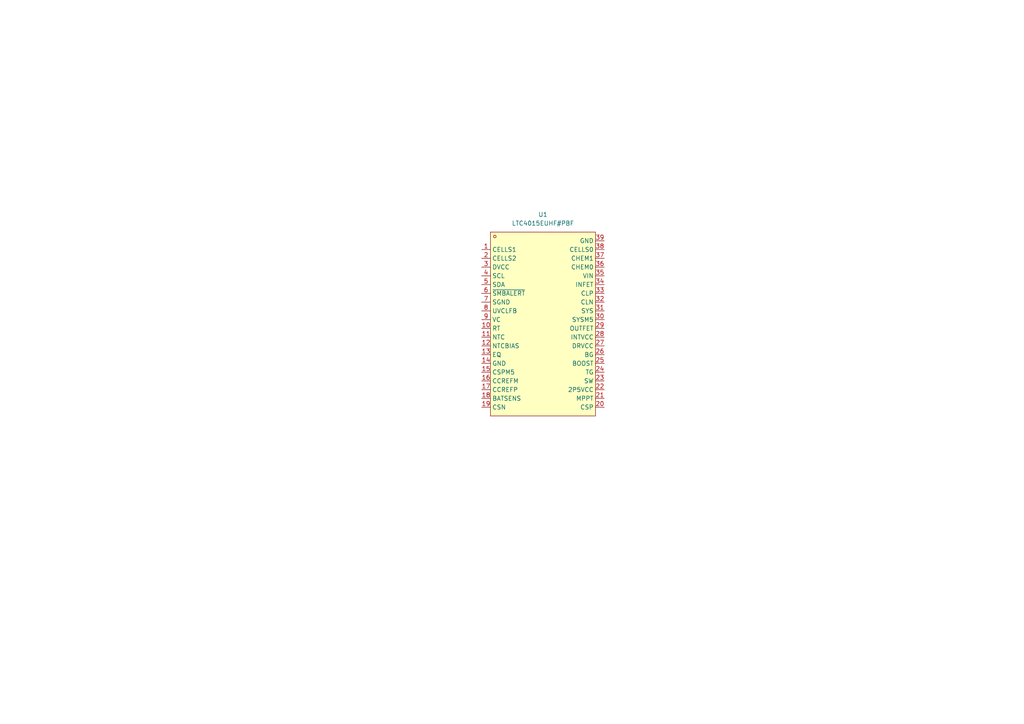
<source format=kicad_sch>
(kicad_sch (version 20231120) (generator "eeschema") (generator_version "8.0")
  (paper "A4")
  (lib_symbols
    (symbol "LCSC-powercoop:LTC4015EUHF#PBF"
      (property "Reference" "U" (at 0 30.48 0))
      (property "Value" "LTC4015EUHF#PBF" (at 0 -27.94 0))
      (symbol "LTC4015EUHF#PBF_0_1"
        (rectangle (start -15.24 27.94) (end 15.24 -25.4) (fill (type background)))
        (circle (center -13.97 26.67) (radius 0.38))
        (pin unspecified line (at -17.78 22.86 0) (length 2.54) (name "CELLS1") (number "1"))
        (pin unspecified line (at -17.78 0 0) (length 2.54) (name "RT") (number "10"))
        (pin unspecified line (at -17.78 -2.54 0) (length 2.54) (name "NTC") (number "11"))
        (pin unspecified line (at -17.78 -5.08 0) (length 2.54) (name "NTCBIAS") (number "12"))
        (pin unspecified line (at -17.78 -7.62 0) (length 2.54) (name "EQ") (number "13"))
        (pin unspecified line (at -17.78 -10.16 0) (length 2.54) (name "GND") (number "14"))
        (pin unspecified line (at -17.78 -12.7 0) (length 2.54) (name "CSPM5") (number "15"))
        (pin unspecified line (at -17.78 -15.24 0) (length 2.54) (name "CCREFM") (number "16"))
        (pin unspecified line (at -17.78 -17.78 0) (length 2.54) (name "CCREFP") (number "17"))
        (pin unspecified line (at -17.78 -20.32 0) (length 2.54) (name "BATSENS") (number "18"))
        (pin unspecified line (at -17.78 -22.86 0) (length 2.54) (name "CSN") (number "19"))
        (pin unspecified line (at -17.78 20.32 0) (length 2.54) (name "CELLS2") (number "2"))
        (pin unspecified line (at 17.78 -22.86 180) (length 2.54) (name "CSP") (number "20"))
        (pin unspecified line (at 17.78 -20.32 180) (length 2.54) (name "MPPT") (number "21"))
        (pin unspecified line (at 17.78 -17.78 180) (length 2.54) (name "2P5VCC") (number "22"))
        (pin unspecified line (at 17.78 -15.24 180) (length 2.54) (name "SW") (number "23"))
        (pin unspecified line (at 17.78 -12.7 180) (length 2.54) (name "TG") (number "24"))
        (pin unspecified line (at 17.78 -10.16 180) (length 2.54) (name "BOOST") (number "25"))
        (pin unspecified line (at 17.78 -7.62 180) (length 2.54) (name "BG") (number "26"))
        (pin unspecified line (at 17.78 -5.08 180) (length 2.54) (name "DRVCC") (number "27"))
        (pin unspecified line (at 17.78 -2.54 180) (length 2.54) (name "INTVCC") (number "28"))
        (pin unspecified line (at 17.78 0 180) (length 2.54) (name "OUTFET") (number "29"))
        (pin unspecified line (at -17.78 17.78 0) (length 2.54) (name "DVCC") (number "3"))
        (pin unspecified line (at 17.78 2.54 180) (length 2.54) (name "SYSM5") (number "30"))
        (pin unspecified line (at 17.78 5.08 180) (length 2.54) (name "SYS") (number "31"))
        (pin unspecified line (at 17.78 7.62 180) (length 2.54) (name "CLN") (number "32"))
        (pin unspecified line (at 17.78 10.16 180) (length 2.54) (name "CLP") (number "33"))
        (pin unspecified line (at 17.78 12.7 180) (length 2.54) (name "INFET") (number "34"))
        (pin unspecified line (at 17.78 15.24 180) (length 2.54) (name "VIN") (number "35"))
        (pin unspecified line (at 17.78 17.78 180) (length 2.54) (name "CHEM0") (number "36"))
        (pin unspecified line (at 17.78 20.32 180) (length 2.54) (name "CHEM1") (number "37"))
        (pin unspecified line (at 17.78 22.86 180) (length 2.54) (name "CELLS0") (number "38"))
        (pin unspecified line (at 17.78 25.4 180) (length 2.54) (name "GND") (number "39"))
        (pin unspecified line (at -17.78 15.24 0) (length 2.54) (name "SCL") (number "4"))
        (pin unspecified line (at -17.78 12.7 0) (length 2.54) (name "SDA") (number "5"))
        (pin unspecified line (at -17.78 10.16 0) (length 2.54) (name "~{SMBALERT}") (number "6"))
        (pin unspecified line (at -17.78 7.62 0) (length 2.54) (name "SGND") (number "7"))
        (pin unspecified line (at -17.78 5.08 0) (length 2.54) (name "UVCLFB") (number "8"))
        (pin unspecified line (at -17.78 2.54 0) (length 2.54) (name "VC") (number "9"))
      )
    )
  )
  (symbol (lib_id "LCSC-powercoop:LTC4015EUHF#PBF") (at 157.48 95.25 0) (unit 1)
    (property "Reference" "U1" (at 157.48 62.23 0))
    (property "Value" "LTC4015EUHF#PBF" (at 157.48 64.77 0))
    (property "Footprint" "LCSC-powercoop:QFN-38_L5.0-W7.0-P0.50-BL-EP" (effects (hide yes)))
    (property "LCSC Part" "C580823" (effects (hide yes)))
  )
)
</source>
